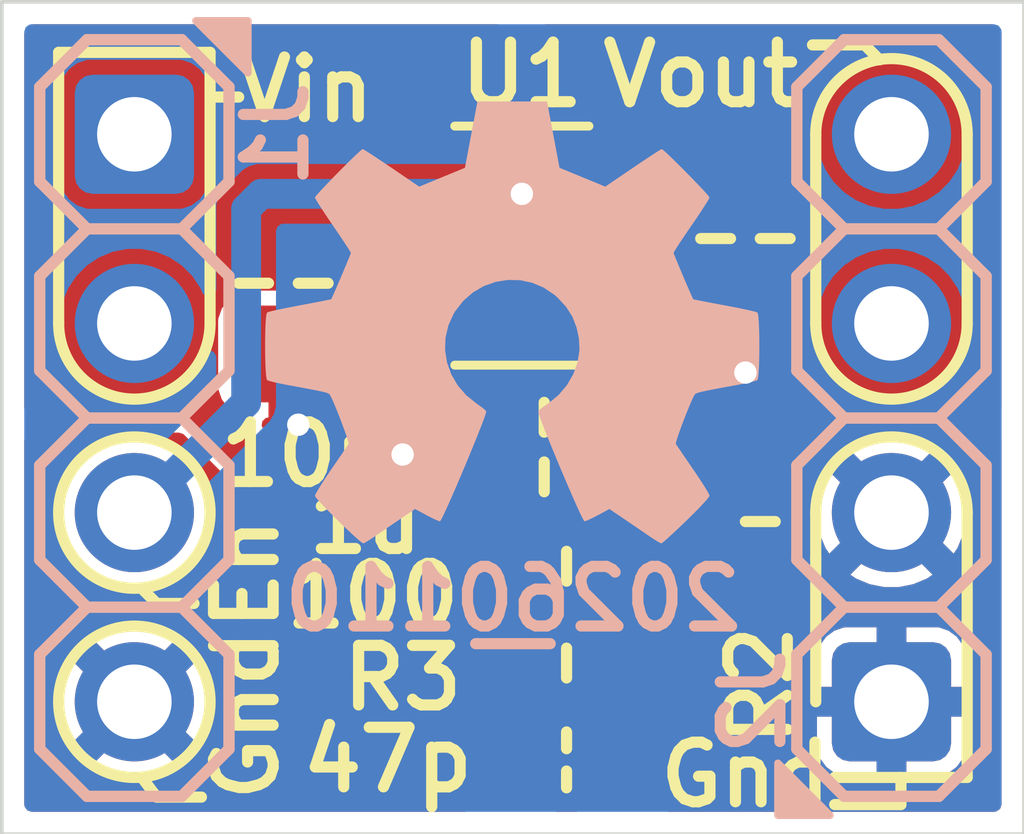
<source format=kicad_pcb>
(kicad_pcb (version 20241229) (generator "pcbnew") (generator_version "9.0")
  (layers (0 "F.Cu" mixed) (2 "B.Cu" mixed) (13 "F.Paste" user) (15 "B.Paste" user) (5 "F.SilkS" user "F.Silkscreen") (7 "B.SilkS" user "B.Silkscreen") (1 "F.Mask" user) (3 "B.Mask" user) (25 "Edge.Cuts" user))
  (net 0 "")
  (net 1 "/VIN")
  (net 2 "/EN")
  (net 3 "/GND")
  (net 4 "/VOUT")
  (net 5 "/VCC")
  (net 6 "/FB")
  (footprint "SquantorResistor:R_0603_hand" (layer "F.Cu") (at 132.8 45.2)
    (property "Reference" "R3" (at -2.2 0.2 0) (layer "F.SilkS") (effects (font (size 0.8 0.8))))
    (property "Value" "Rhi")
    (fp_line (start 0 -0.2) (end 0 0.2) (stroke (width 0.15)) (layer "F.SilkS"))
    (pad "1" smd roundrect (at -0.9 0) (size 0.8 0.9) (layers "F.Cu" "F.Mask" "F.Paste") (roundrect_rratio 0.1428571429) (net 1 "/VIN"))
    (pad "2" smd roundrect (at 0.9 0) (size 0.8 0.9) (layers "F.Cu" "F.Mask" "F.Paste") (roundrect_rratio 0.1428571429) (net 6 "/FB"))
  )
  (footprint "SquantorCapacitor:C_0805+0603" (layer "F.Cu") (at 129 40.1 -90)
    (property "Reference" "C1")
    (property "Value" "10u" (at 2.3 -0.3 180) (layer "F.SilkS") (effects (font (size 0.8 0.8))))
    (fp_line (start 0 0.6) (end 0 0.2) (stroke (width 0.15)) (layer "F.SilkS"))
    (fp_line (start 0 -0.6) (end 0 -0.2) (stroke (width 0.15)) (layer "F.SilkS"))
    (pad "1" smd roundrect (at -0.95 0 270) (size 1.3 1.35) (layers "F.Cu" "F.Mask" "F.Paste") (roundrect_rratio 0.2) (net 1 "/VIN"))
    (pad "2" smd roundrect (at 0.95 0 270) (size 1.3 1.35) (layers "F.Cu" "F.Mask" "F.Paste") (roundrect_rratio 0.2) (net 3 "/GND"))
  )
  (footprint "SquantorCapacitor:C_0603" (layer "F.Cu") (at 132.8 46.5)
    (property "Reference" "C4")
    (property "Value" "47p" (at -2.4 0 0) (layer "F.SilkS") (effects (font (size 0.8 0.8))))
    (fp_line (start 0 -0.15) (end 0 -0.375) (stroke (width 0.15)) (layer "F.SilkS"))
    (fp_line (start 0 0.375) (end 0 0.15) (stroke (width 0.15)) (layer "F.SilkS"))
    (pad "1" smd roundrect (at -0.75 0) (size 0.8 0.9) (layers "F.Cu" "F.Mask" "F.Paste") (roundrect_rratio 0.125) (net 1 "/VIN"))
    (pad "2" smd roundrect (at 0.75 0) (size 0.8 0.9) (layers "F.Cu" "F.Mask" "F.Paste") (roundrect_rratio 0.125) (net 6 "/FB"))
  )
  (footprint "SquantorResistor:R_0603_hand" (layer "F.Cu") (at 135.4 43.3 90)
    (property "Reference" "R2" (at -2.2 0 90) (layer "F.SilkS") (effects (font (size 0.8 0.8))))
    (property "Value" "Rlo")
    (fp_line (start 0 -0.2) (end 0 0.2) (stroke (width 0.15)) (layer "F.SilkS"))
    (pad "1" smd roundrect (at -0.9 0 90) (size 0.8 0.9) (layers "F.Cu" "F.Mask" "F.Paste") (roundrect_rratio 0.1428571429) (net 6 "/FB"))
    (pad "2" smd roundrect (at 0.9 0 90) (size 0.8 0.9) (layers "F.Cu" "F.Mask" "F.Paste") (roundrect_rratio 0.1428571429) (net 3 "/GND"))
  )
  (footprint "SquantorIC:SOT23-6-HAND" (layer "F.Cu") (at 132.2 39.6 180)
    (property "Reference" "U1" (at 0 2.3 0) (layer "F.SilkS") (effects (font (size 0.8 0.8))))
    (property "Value" "ETA7014")
    (fp_line (start 0.9 -1.6) (end -0.9 -1.6) (stroke (width 0.12)) (layer "F.SilkS"))
    (fp_line (start -0.9 1.61) (end 0.9 1.61) (stroke (width 0.12)) (layer "F.SilkS"))
    (fp_line (start -2.1 -1.8) (end -1.6 -1.8) (stroke (width 0.1)) (layer "F.SilkS"))
    (fp_line (start -2.1 -1.8) (end -2.1 -1.3) (stroke (width 0.1)) (layer "F.SilkS"))
    (pad "1" smd roundrect (at -1.2 -0.95 180) (size 1.2 0.65) (layers "F.Cu" "F.Mask" "F.Paste") (roundrect_rratio 0.2) (net 6 "/FB"))
    (pad "2" smd roundrect (at -1.2 0 180) (size 1.2 0.65) (layers "F.Cu" "F.Mask" "F.Paste") (roundrect_rratio 0.2) (net 2 "/EN"))
    (pad "3" smd roundrect (at -1.2 0.95 180) (size 1.2 0.65) (layers "F.Cu" "F.Mask" "F.Paste") (roundrect_rratio 0.2) (net 4 "/VOUT"))
    (pad "4" smd roundrect (at 1.2 0.95 180) (size 1.2 0.65) (layers "F.Cu" "F.Mask" "F.Paste") (roundrect_rratio 0.2) (net 1 "/VIN"))
    (pad "5" smd roundrect (at 1.2 0 180) (size 1.2 0.65) (layers "F.Cu" "F.Mask" "F.Paste") (roundrect_rratio 0.2) (net 5 "/VCC"))
    (pad "6" smd roundrect (at 1.2 -0.95 180) (size 1.2 0.65) (layers "F.Cu" "F.Mask" "F.Paste") (roundrect_rratio 0.2) (net 3 "/GND"))
  )
  (footprint "SquantorCapacitor:C_0805+0603" (layer "F.Cu") (at 132.5 42.3 180)
    (property "Reference" "C2")
    (property "Value" "1u" (at 2.4 -1 0) (layer "F.SilkS") (effects (font (size 0.8 0.8))))
    (fp_line (start 0 0.6) (end 0 0.2) (stroke (width 0.15)) (layer "F.SilkS"))
    (fp_line (start 0 -0.6) (end 0 -0.2) (stroke (width 0.15)) (layer "F.SilkS"))
    (pad "1" smd roundrect (at -0.95 0 180) (size 1.3 1.35) (layers "F.Cu" "F.Mask" "F.Paste") (roundrect_rratio 0.2) (net 5 "/VCC"))
    (pad "2" smd roundrect (at 0.95 0 180) (size 1.3 1.35) (layers "F.Cu" "F.Mask" "F.Paste") (roundrect_rratio 0.2) (net 3 "/GND"))
  )
  (footprint "SquantorCapacitor:C_0805+0603" (layer "F.Cu") (at 135.2 39.5 90)
    (property "Reference" "C3")
    (property "Value" "10u")
    (fp_line (start 0 -0.6) (end 0 -0.2) (stroke (width 0.15)) (layer "F.SilkS"))
    (fp_line (start 0 0.6) (end 0 0.2) (stroke (width 0.15)) (layer "F.SilkS"))
    (pad "1" smd roundrect (at -0.95 0 90) (size 1.3 1.35) (layers "F.Cu" "F.Mask" "F.Paste") (roundrect_rratio 0.2) (net 3 "/GND"))
    (pad "2" smd roundrect (at 0.95 0 90) (size 1.3 1.35) (layers "F.Cu" "F.Mask" "F.Paste") (roundrect_rratio 0.2) (net 4 "/VOUT"))
  )
  (footprint "SquantorResistor:R_0603_hand" (layer "F.Cu") (at 132.8 43.9)
    (property "Reference" "R1")
    (property "Value" "100" (at -2.6 0.4 0) (layer "F.SilkS") (effects (font (size 0.8 0.8))))
    (fp_line (start 0 -0.2) (end 0 0.2) (stroke (width 0.15)) (layer "F.SilkS"))
    (pad "1" smd roundrect (at -0.9 0) (size 0.8 0.9) (layers "F.Cu" "F.Mask" "F.Paste") (roundrect_rratio 0.1428571429) (net 1 "/VIN"))
    (pad "2" smd roundrect (at 0.9 0) (size 0.8 0.9) (layers "F.Cu" "F.Mask" "F.Paste") (roundrect_rratio 0.1428571429) (net 5 "/VCC"))
  )
  (footprint "SquantorLabels:Label_Generic" (layer "B.Cu") (at 132.08 44.34 180)
    (property "Reference" "N1" (hide yes))
    (property "Value" "20260110" (at 0 0 0) (layer "B.SilkS") (effects (font (size 0.8 0.8)) (justify mirror)))
    (fp_line (start -0.5 -0.6) (end 0.5 -0.6) (stroke (width 0.15)) (layer "B.SilkS"))
  )
  (footprint "Symbol:OSHW-Symbol_6.7x6mm_SilkScreen" (layer "B.Cu") (at 132.08 40.64 180)
    (property "Reference" "N2" (hide yes))
    (property "Value" "OHWLOGO" (hide yes))
    (fp_poly (pts (xy 0.555814 2.531069) (xy 0.639635 2.086445) (xy 0.94892 1.958947) (xy 1.258206 1.831449) (xy 1.629246 2.083754) (xy 1.733157 2.154004) (xy 1.827087 2.216728) (xy 1.906652 2.269062) (xy 1.96747 2.308143) (xy 2.005157 2.331107) (xy 2.015421 2.336058) (xy 2.03391 2.323324) (xy 2.07342 2.288118) (xy 2.129522 2.234938) (xy 2.197787 2.168282) (xy 2.273786 2.092646) (xy 2.353092 2.012528) (xy 2.431275 1.932426) (xy 2.503907 1.856836) (xy 2.566559 1.790255) (xy 2.614803 1.737182) (xy 2.64421 1.702113) (xy 2.651241 1.690377) (xy 2.641123 1.66874) (xy 2.612759 1.621338) (xy 2.569129 1.552807) (xy 2.513218 1.467785) (xy 2.448006 1.370907) (xy 2.410219 1.31565) (xy 2.341343 1.214752) (xy 2.28014 1.123701) (xy 2.229578 1.04703) (xy 2.192628 0.989272) (xy 2.172258 0.954957) (xy 2.169197 0.947746) (xy 2.176136 0.927252) (xy 2.195051 0.879487) (xy 2.223087 0.811168) (xy 2.257391 0.729011) (xy 2.295109 0.63973) (xy 2.333387 0.550042) (xy 2.36937 0.466662) (xy 2.400206 0.396306) (xy 2.423039 0.34569) (xy 2.435017 0.321529) (xy 2.435724 0.320578) (xy 2.454531 0.315964) (xy 2.504618 0.305672) (xy 2.580793 0.290713) (xy 2.677865 0.272099) (xy 2.790643 0.250841) (xy 2.856442 0.238582) (xy 2.97695 0.215638) (xy 3.085797 0.193805) (xy 3.177476 0.174278) (xy 3.246481 0.158252) (xy 3.287304 0.146921) (xy 3.295511 0.143326) (xy 3.303548 0.118994) (xy 3.310033 0.064041) (xy 3.31497 -0.015108) (xy 3.318364 -0.112026) (xy 3.320218 -0.220287) (xy 3.320538 -0.333465) (xy 3.319327 -0.445135) (xy 3.31659 -0.548868) (xy 3.312331 -0.638241) (xy 3.306555 -0.706826) (xy 3.299267 -0.748197) (xy 3.294895 -0.75681) (xy 3.268764 -0.767133) (xy 3.213393 -0.781892) (xy 3.136107 -0.799352) (xy 3.04423 -0.81778) (xy 3.012158 -0.823741) (xy 2.857524 -0.852066) (xy 2.735375 -0.874876) (xy 2.641673 -0.89308) (xy 2.572384 -0.907583) (xy 2.523471 -0.919292) (xy 2.490897 -0.929115) (xy 2.470628 -0.937956) (xy 2.458626 -0.946724) (xy 2.456947 -0.948457) (xy 2.440184 -0.976371) (xy 2.414614 -1.030695) (xy 2.382788 -1.104777) (xy 2.34726 -1.191965) (xy 2.310583 -1.285608) (xy 2.275311 -1.379052) (xy 2.243996 -1.465647) (xy 2.219193 -1.53874) (xy 2.203454 -1.591678) (xy 2.199332 -1.617811) (xy 2.199676 -1.618726) (xy 2.213641 -1.640086) (xy 2.245322 -1.687084) (xy 2.291391 -1.754827) (xy 2.348518 -1.838423) (xy 2.413373 -1.932982) (xy 2.431843 -1.959854) (xy 2.497699 -2.057275) (xy 2.55565 -2.146163) (xy 2.602538 -2.221412) (xy 2.635207 -2.27792) (xy 2.6505 -2.310581) (xy 2.651241 -2.314593) (xy 2.638392 -2.335684) (xy 2.602888 -2.377464) (xy 2.549293 -2.435445) (xy 2.482171 -2.505135) (xy 2.406087 -2.582045) (xy 2.325604 -2.661683) (xy 2.245287 -2.739561) (xy 2.169699 -2.811186) (xy 2.103405 -2.87207) (xy 2.050969 -2.917721) (xy 2.016955 -2.94365) (xy 2.007545 -2.947883) (xy 1.985643 -2.937912) (xy 1.9408 -2.91102) (xy 1.880321 -2.871736) (xy 1.833789 -2.840117) (xy 1.749475 -2.782098) (xy 1.649626 -2.713784) (xy 1.549473 -2.645579) (xy 1.495627 -2.609075) (xy 1.313371 -2.4858) (xy 1.160381 -2.56852) (xy 1.090682 -2.604759) (xy 1.031414 -2.632926) (xy 0.991311 -2.648991) (xy 0.981103 -2.651226) (xy 0.968829 -2.634722) (xy 0.944613 -2.588082) (xy 0.910263 -2.515609) (xy 0.867588 -2.421606) (xy 0.818394 -2.310374) (xy 0.76449 -2.186215) (xy 0.707684 -2.053432) (xy 0.649782 -1.916327) (xy 0.592593 -1.779202) (xy 0.537924 -1.646358) (xy 0.487584 -1.522098) (xy 0.44338 -1.410725) (xy 0.407119 -1.316539) (xy 0.380609 -1.243844) (xy 0.365658 -1.196941) (xy 0.363254 -1.180833) (xy 0.382311 -1.160286) (xy 0.424036 -1.126933) (xy 0.479706 -1.087702) (xy 0.484378 -1.084599) (xy 0.628264 -0.969423) (xy 0.744283 -0.835053) (xy 0.83143 -0.685784) (xy 0.888699 -0.525913) (xy 0.915086 -0.359737) (xy 0.909585 -0.191552) (xy 0.87119 -0.025655) (xy 0.798895 0.133658) (xy 0.777626 0.168513) (xy 0.666996 0.309263) (xy 0.536302 0.422286) (xy 0.390064 0.506997) (xy 0.232808 0.562806) (xy 0.069057 0.589126) (xy -0.096667 0.58537) (xy -0.259838 0.55095) (xy -0.415935 0.485277) (xy -0.560433 0.387765) (xy -0.605131 0.348187) (xy -0.718888 0.224297) (xy -0.801782 0.093876) (xy -0.858644 -0.052315) (xy -0.890313 -0.197088) (xy -0.898131 -0.35986) (xy -0.872062 -0.52344) (xy -0.814755 -0.682298) (xy -0.728856 -0.830906) (xy -0.617014 -0.963735) (xy -0.481877 -1.075256) (xy -0.464117 -1.087011) (xy -0.40785 -1.125508) (xy -0.365077 -1.158863) (xy -0.344628 -1.18016) (xy -0.344331 -1.180833) (xy -0.348721 -1.203871) (xy -0.366124 -1.256157) (xy -0.394732 -1.33339) (xy -0.432735 -1.431268) (xy -0.478326 -1.545491) (xy -0.529697 -1.671758) (xy -0.585038 -1.805767) (xy -0.642542 -1.943218) (xy -0.700399 -2.079808) (xy -0.756802 -2.211237) (xy -0.809942 -2.333205) (xy -0.85801 -2.441409) (xy -0.899199 -2.531549) (xy -0.931699 -2.599323) (xy -0.953703 -2.64043) (xy -0.962564 -2.651226) (xy -0.98964 -2.642819) (xy -1.040303 -2.620272) (xy -1.105817 -2.587613) (xy -1.141841 -2.56852) (xy -1.294832 -2.4858) (xy -1.477088 -2.609075) (xy -1.570125 -2.672228) (xy -1.671985 -2.741727) (xy -1.767438 -2.807165) (xy -1.81525 -2.840117) (xy -1.882495 -2.885273) (xy -1.939436 -2.921057) (xy -1.978646 -2.942938) (xy -1.991381 -2.947563) (xy -2.009917 -2.935085) (xy -2.050941 -2.900252) (xy -2.110475 -2.846678) (xy -2.184542 -2.777983) (xy -2.269165 -2.697781) (xy -2.322685 -2.646286) (xy -2.416319 -2.554286) (xy -2.497241 -2.471999) (xy -2.562177 -2.402945) (xy -2.607858 -2.350644) (xy -2.631011 -2.318616) (xy -2.633232 -2.312116) (xy -2.622924 -2.287394) (xy -2.594439 -2.237405) (xy -2.550937 -2.167212) (xy -2.495577 -2.081875) (xy -2.43152 -1.986456) (xy -2.413303 -1.959854) (xy -2.346927 -1.863167) (xy -2.287378 -1.776117) (xy -2.237984 -1.703595) (xy -2.202075 -1.650493) (xy -2.182981 -1.621703) (xy -2.181136 -1.618726) (xy -2.183895 -1.595782) (xy -2.198538 -1.545336) (xy -2.222513 -1.474041) (xy -2.253266 -1.388547) (xy -2.288244 -1.295507) (xy -2.324893 -1.201574) (xy -2.360661 -1.113399) (xy -2.392994 -1.037634) (xy -2.419338 -0.980931) (xy -2.437142 -0.949943) (xy -2.438407 -0.948457) (xy -2.449294 -0.939601) (xy -2.467682 -0.930843) (xy -2.497606 -0.921277) (xy -2.543103 -0.909996) (xy -2.608209 -0.896093) (xy -2.696961 -0.878663) (xy -2.813393 -0.856798) (xy -2.961542 -0.829591) (xy -2.993618 -0.823741) (xy -3.088686 -0.805374) (xy -3.171565 -0.787405) (xy -3.23493 -0.771569) (xy -3.271458 -0.7596) (xy -3.276356 -0.75681) (xy -3.284427 -0.732072) (xy -3.290987 -0.67679) (xy -3.296033 -0.597389) (xy -3.299559 -0.500296) (xy -3.301561 -0.391938) (xy -3.302036 -0.27874) (xy -3.300977 -0.167128) (xy -3.298382 -0.063529) (xy -3.294246 0.025632) (xy -3.288563 0.093928) (xy -3.281331 0.134934) (xy -3.276971 0.143326) (xy -3.252698 0.151792) (xy -3.197426 0.165565) (xy -3.116662 0.18345) (xy -3.015912 0.204252) (xy -2.900683 0.226777) (xy -2.837902 0.238582) (xy -2.718787 0.260849) (xy -2.612565 0.281021) (xy -2.524427 0.298085) (xy -2.459566 0.311031) (xy -2.423174 0.318845) (xy -2.417184 0.320578) (xy -2.407061 0.34011) (xy -2.385662 0.387157) (xy -2.355839 0.454997) (xy -2.320445 0.536909) (xy -2.282332 0.626172) (xy -2.244353 0.716065) (xy -2.20936 0.799865) (xy -2.180206 0.870853) (xy -2.159743 0.922306) (xy -2.150823 0.947503) (xy -2.150657 0.948604) (xy -2.160769 0.968481) (xy -2.189117 1.014223) (xy -2.232723 1.081283) (xy -2.288606 1.165116) (xy -2.353787 1.261174) (xy -2.391679 1.31635) (xy -2.460725 1.417519) (xy -2.52205 1.50937) (xy -2.572663 1.587256) (xy -2.609571 1.646531) (xy -2.629782 1.682549) (xy -2.632701 1.690623) (xy -2.620153 1.709416) (xy -2.585463 1.749543) (xy -2.533063 1.806507) (xy -2.467384 1.875815) (xy -2.392856 1.952969) (xy -2.313913 2.033475) (xy -2.234983 2.112837) (xy -2.1605 2.18656) (xy -2.094894 2.250148) (xy -2.042596 2.299106) (xy -2.008039 2.328939) (xy -1.996478 2.336058) (xy -1.977654 2.326047) (xy -1.932631 2.297922) (xy -1.865787 2.254546) (xy -1.781499 2.198782) (xy -1.684144 2.133494) (xy -1.610707 2.083754) (xy -1.239667 1.831449) (xy -0.621095 2.086445) (xy -0.537275 2.531069) (xy -0.453454 2.975693) (xy 0.471994 2.975693) (xy 0.555814 2.531069)) (stroke (width 0.01)) (fill yes) (layer "B.SilkS"))
  )
  (footprint "SquantorConnectors:Header-0254-1X04-H010" (layer "B.Cu") (at 137.16 41.91 90)
    (property "Reference" "J2" (at -3.81 -1.86 90) (layer "B.SilkS") (effects (font (size 0.8 0.8) (thickness 0.15) (bold yes)) (justify mirror)))
    (property "Value" "Conn_01x04")
    (fp_line (start 4.445 -1.27) (end 3.175 -1.27) (stroke (width 0.1524)) (layer "B.SilkS"))
    (fp_line (start 1.905 -1.27) (end 0.635 -1.27) (stroke (width 0.1524)) (layer "B.SilkS"))
    (fp_line (start 0.635 -1.27) (end 0 -0.635) (stroke (width 0.1524)) (layer "B.SilkS"))
    (fp_line (start -0.635 -1.27) (end -1.905 -1.27) (stroke (width 0.1524)) (layer "B.SilkS"))
    (fp_line (start -1.905 -1.27) (end -2.54 -0.635) (stroke (width 0.1524)) (layer "B.SilkS"))
    (fp_line (start -3.175 -1.27) (end -4.445 -1.27) (stroke (width 0.1524)) (layer "B.SilkS"))
    (fp_line (start 5.08 -0.635) (end 4.445 -1.27) (stroke (width 0.1524)) (layer "B.SilkS"))
    (fp_line (start 2.54 -0.635) (end 3.175 -1.27) (stroke (width 0.1524)) (layer "B.SilkS"))
    (fp_line (start 2.54 -0.635) (end 1.905 -1.27) (stroke (width 0.1524)) (layer "B.SilkS"))
    (fp_line (start 0 -0.635) (end -0.635 -1.27) (stroke (width 0.1524)) (layer "B.SilkS"))
    (fp_line (start -2.54 -0.635) (end -3.175 -1.27) (stroke (width 0.1524)) (layer "B.SilkS"))
    (fp_line (start -5.08 -0.635) (end -4.445 -1.27) (stroke (width 0.1524)) (layer "B.SilkS"))
    (fp_line (start 5.08 0.635) (end 5.08 -0.635) (stroke (width 0.1524)) (layer "B.SilkS"))
    (fp_line (start 2.54 0.635) (end 2.54 -0.635) (stroke (width 0.1524)) (layer "B.SilkS"))
    (fp_line (start 0 0.635) (end 0 -0.635) (stroke (width 0.1524)) (layer "B.SilkS"))
    (fp_line (start 0 0.635) (end 0.635 1.27) (stroke (width 0.1524)) (layer "B.SilkS"))
    (fp_line (start -2.54 0.635) (end -2.54 -0.635) (stroke (width 0.1524)) (layer "B.SilkS"))
    (fp_line (start -2.54 0.635) (end -1.905 1.27) (stroke (width 0.1524)) (layer "B.SilkS"))
    (fp_line (start -5.08 0.635) (end -5.08 -0.635) (stroke (width 0.1524)) (layer "B.SilkS"))
    (fp_line (start 4.445 1.27) (end 5.08 0.635) (stroke (width 0.1524)) (layer "B.SilkS"))
    (fp_line (start 3.175 1.27) (end 2.54 0.635) (stroke (width 0.1524)) (layer "B.SilkS"))
    (fp_line (start 3.175 1.27) (end 4.445 1.27) (stroke (width 0.1524)) (layer "B.SilkS"))
    (fp_line (start 1.905 1.27) (end 2.54 0.635) (stroke (width 0.1524)) (layer "B.SilkS"))
    (fp_line (start 0.635 1.27) (end 1.905 1.27) (stroke (width 0.1524)) (layer "B.SilkS"))
    (fp_line (start -0.635 1.27) (end 0 0.635) (stroke (width 0.1524)) (layer "B.SilkS"))
    (fp_line (start -1.905 1.27) (end -0.635 1.27) (stroke (width 0.1524)) (layer "B.SilkS"))
    (fp_line (start -3.175 1.27) (end -2.54 0.635) (stroke (width 0.1524)) (layer "B.SilkS"))
    (fp_line (start -4.445 1.27) (end -5.08 0.635) (stroke (width 0.1524)) (layer "B.SilkS"))
    (fp_line (start -4.445 1.27) (end -3.175 1.27) (stroke (width 0.1524)) (layer "B.SilkS"))
    (fp_poly (pts (xy -5.334 -0.8255) (xy -5.334 -1.524) (xy -4.6355 -1.524)) (stroke (width 0.1)) (fill yes) (layer "B.SilkS"))
    (pad "1" thru_hole roundrect (at -3.81 0 270) (size 1.6 1.6) (drill 1) (layers "*.Cu" "*.Mask") (roundrect_rratio 0.15) (net 3 "/GND"))
    (pad "2" thru_hole circle (at -1.27 0 270) (size 1.6 1.6) (drill 1) (layers "*.Cu" "*.Mask") (net 3 "/GND"))
    (pad "3" thru_hole circle (at 1.27 0 270) (size 1.6 1.6) (drill 1) (layers "*.Cu" "*.Mask") (net 4 "/VOUT"))
    (pad "4" thru_hole circle (at 3.81 0 270) (size 1.6 1.6) (drill 1) (layers "*.Cu" "*.Mask") (net 4 "/VOUT"))
  )
  (footprint "SquantorConnectors:Header-0254-1X04-H010" (layer "B.Cu") (at 127 41.91 -90)
    (property "Reference" "J1" (at -3.81 -1.9 90) (layer "B.SilkS") (effects (font (size 0.8 0.8) (thickness 0.15) (bold yes)) (justify mirror)))
    (property "Value" "Conn_01x04")
    (fp_line (start -4.445 1.27) (end -3.175 1.27) (stroke (width 0.1524)) (layer "B.SilkS"))
    (fp_line (start -4.445 1.27) (end -5.08 0.635) (stroke (width 0.1524)) (layer "B.SilkS"))
    (fp_line (start -3.175 1.27) (end -2.54 0.635) (stroke (width 0.1524)) (layer "B.SilkS"))
    (fp_line (start -1.905 1.27) (end -0.635 1.27) (stroke (width 0.1524)) (layer "B.SilkS"))
    (fp_line (start -0.635 1.27) (end 0 0.635) (stroke (width 0.1524)) (layer "B.SilkS"))
    (fp_line (start 0.635 1.27) (end 1.905 1.27) (stroke (width 0.1524)) (layer "B.SilkS"))
    (fp_line (start 1.905 1.27) (end 2.54 0.635) (stroke (width 0.1524)) (layer "B.SilkS"))
    (fp_line (start 3.175 1.27) (end 4.445 1.27) (stroke (width 0.1524)) (layer "B.SilkS"))
    (fp_line (start 3.175 1.27) (end 2.54 0.635) (stroke (width 0.1524)) (layer "B.SilkS"))
    (fp_line (start 4.445 1.27) (end 5.08 0.635) (stroke (width 0.1524)) (layer "B.SilkS"))
    (fp_line (start -5.08 0.635) (end -5.08 -0.635) (stroke (width 0.1524)) (layer "B.SilkS"))
    (fp_line (start -2.54 0.635) (end -1.905 1.27) (stroke (width 0.1524)) (layer "B.SilkS"))
    (fp_line (start -2.54 0.635) (end -2.54 -0.635) (stroke (width 0.1524)) (layer "B.SilkS"))
    (fp_line (start 0 0.635) (end 0.635 1.27) (stroke (width 0.1524)) (layer "B.SilkS"))
    (fp_line (start 0 0.635) (end 0 -0.635) (stroke (width 0.1524)) (layer "B.SilkS"))
    (fp_line (start 2.54 0.635) (end 2.54 -0.635) (stroke (width 0.1524)) (layer "B.SilkS"))
    (fp_line (start 5.08 0.635) (end 5.08 -0.635) (stroke (width 0.1524)) (layer "B.SilkS"))
    (fp_line (start -5.08 -0.635) (end -4.445 -1.27) (stroke (width 0.1524)) (layer "B.SilkS"))
    (fp_line (start -2.54 -0.635) (end -3.175 -1.27) (stroke (width 0.1524)) (layer "B.SilkS"))
    (fp_line (start 0 -0.635) (end -0.635 -1.27) (stroke (width 0.1524)) (layer "B.SilkS"))
    (fp_line (start 2.54 -0.635) (end 1.905 -1.27) (stroke (width 0.1524)) (layer "B.SilkS"))
    (fp_line (start 2.54 -0.635) (end 3.175 -1.27) (stroke (width 0.1524)) (layer "B.SilkS"))
    (fp_line (start 5.08 -0.635) (end 4.445 -1.27) (stroke (width 0.1524)) (layer "B.SilkS"))
    (fp_line (start -3.175 -1.27) (end -4.445 -1.27) (stroke (width 0.1524)) (layer "B.SilkS"))
    (fp_line (start -1.905 -1.27) (end -2.54 -0.635) (stroke (width 0.1524)) (layer "B.SilkS"))
    (fp_line (start -0.635 -1.27) (end -1.905 -1.27) (stroke (width 0.1524)) (layer "B.SilkS"))
    (fp_line (start 0.635 -1.27) (end 0 -0.635) (stroke (width 0.1524)) (layer "B.SilkS"))
    (fp_line (start 1.905 -1.27) (end 0.635 -1.27) (stroke (width 0.1524)) (layer "B.SilkS"))
    (fp_line (start 4.445 -1.27) (end 3.175 -1.27) (stroke (width 0.1524)) (layer "B.SilkS"))
    (fp_poly (pts (xy -5.334 -0.8255) (xy -5.334 -1.524) (xy -4.6355 -1.524)) (stroke (width 0.1)) (fill yes) (layer "B.SilkS"))
    (pad "1" thru_hole roundrect (at -3.81 0 90) (size 1.6 1.6) (drill 1) (layers "*.Cu" "*.Mask") (roundrect_rratio 0.15) (net 1 "/VIN"))
    (pad "2" thru_hole circle (at -1.27 0 90) (size 1.6 1.6) (drill 1) (layers "*.Cu" "*.Mask") (net 1 "/VIN"))
    (pad "3" thru_hole circle (at 1.27 0 90) (size 1.6 1.6) (drill 1) (layers "*.Cu" "*.Mask") (net 2 "/EN"))
    (pad "4" thru_hole circle (at 3.81 0 90) (size 1.6 1.6) (drill 1) (layers "*.Cu" "*.Mask") (net 3 "/GND"))
  )
  (gr_line (start 127.3 47) (end 127.1 46.736) (stroke (width 0.15)) (layer "F.SilkS"))
  (gr_circle (center 127 45.72) (end 128.016 45.72) (stroke (width 0.15)) (fill no) (layer "F.SilkS"))
  (gr_line (start 136.144 38.1) (end 136.144 40.64) (stroke (width 0.15)) (layer "F.SilkS"))
  (gr_arc (start 136.144 43.18) (mid 137.16 42.164) (end 138.176 43.18) (stroke (width 0.15)) (layer "F.SilkS"))
  (gr_line (start 136.398 46.736) (end 138.176 46.736) (stroke (width 0.15)) (layer "F.SilkS"))
  (gr_line (start 136.8 36.9) (end 137 37.1) (stroke (width 0.15)) (layer "F.SilkS"))
  (gr_arc (start 138.176 40.64) (mid 137.16 41.656) (end 136.144 40.64) (stroke (width 0.15)) (layer "F.SilkS"))
  (gr_line (start 138.176 46.736) (end 138.176 43.18) (stroke (width 0.15)) (layer "F.SilkS"))
  (gr_arc (start 136.144 38.1) (mid 137.16 37.084) (end 138.176 38.1) (stroke (width 0.15)) (layer "F.SilkS"))
  (gr_line (start 127.8 44.4) (end 127.3 44.4) (stroke (width 0.15)) (layer "F.SilkS"))
  (gr_line (start 136.1 36.9) (end 136.8 36.9) (stroke (width 0.15)) (layer "F.SilkS"))
  (gr_line (start 128.016 37) (end 128.016 40.64) (stroke (width 0.15)) (layer "F.SilkS"))
  (gr_line (start 127.3 44.4) (end 127.1 44.2) (stroke (width 0.15)) (layer "F.SilkS"))
  (gr_line (start 136.144 43.18) (end 136.144 43.8) (stroke (width 0.15)) (layer "F.SilkS"))
  (gr_line (start 127.9 47) (end 127.3 47) (stroke (width 0.15)) (layer "F.SilkS"))
  (gr_line (start 138.176 38.1) (end 138.176 40.64) (stroke (width 0.15)) (layer "F.SilkS"))
  (gr_line (start 137.287 46.736) (end 137.287 47.1) (stroke (width 0.15)) (layer "F.SilkS"))
  (gr_line (start 136.398 47.1) (end 137 47.1) (stroke (width 0.15)) (layer "F.SilkS"))
  (gr_arc (start 128.016 40.64) (mid 127 41.656) (end 125.984 40.64) (stroke (width 0.15)) (layer "F.SilkS"))
  (gr_line (start 125.984 37) (end 125.984 40.64) (stroke (width 0.15)) (layer "F.SilkS"))
  (gr_line (start 128.4 37.6) (end 128.1 37.6) (stroke (width 0.15)) (layer "F.SilkS"))
  (gr_line (start 137 47.1) (end 137.287 47.1) (stroke (width 0.15)) (layer "F.SilkS"))
  (gr_line (start 125.984 37) (end 128.016 37) (stroke (width 0.15)) (layer "F.SilkS"))
  (gr_circle (center 127 43.18) (end 128.016 43.18) (stroke (width 0.15)) (fill no) (layer "F.SilkS"))
  (gr_line (start 136.144 45.72) (end 136.144 43.8) (stroke (width 0.15)) (layer "F.SilkS"))
  (gr_line (start 138.938 36.322) (end 125.222 36.322) (stroke (width 0.05)) (layer "Edge.Cuts"))
  (gr_line (start 125.222 36.322) (end 125.222 47.498) (stroke (width 0.05)) (layer "Edge.Cuts"))
  (gr_line (start 125.222 47.498) (end 138.938 47.498) (stroke (width 0.05)) (layer "Edge.Cuts"))
  (gr_line (start 138.938 47.498) (end 138.938 36.322) (stroke (width 0.05)) (layer "Edge.Cuts"))
  (gr_text "Vin" (at 129.3 37.5 0) (layer "F.SilkS") (effects (font (size 0.8 0.8) (thickness 0.15) (bold yes))))
  (gr_text "Gnd" (at 135.2 46.7 0) (layer "F.SilkS") (effects (font (size 0.8 0.8) (thickness 0.15) (bold yes))))
  (gr_text "Vout" (at 134.6 37.3 0) (layer "F.SilkS") (effects (font (size 0.8 0.8) (thickness 0.15) (bold yes))))
  (gr_text "En" (at 128.5 44 90) (layer "F.SilkS") (effects (font (size 0.8 0.8) (thickness 0.15) (bold yes))))
  (gr_text "Gnd" (at 128.5 45.9 90) (layer "F.SilkS") (effects (font (size 0.8 0.8) (thickness 0.15) (bold yes))))
  (segment (start 132.05 45.85) (end 132.05 46.5) (width 0.4) (layer "F.Cu") (net 1))
  (segment (start 130 43.9) (end 131.9 43.9) (width 0.4) (layer "F.Cu") (net 1))
  (segment (start 131.9 45.7) (end 132.05 45.85) (width 0.4) (layer "F.Cu") (net 1))
  (segment (start 127 40.9) (end 130 43.9) (width 0.4) (layer "F.Cu") (net 1))
  (segment (start 127 40.64) (end 127 40.9) (width 0.4) (layer "F.Cu") (net 1))
  (segment (start 131.9 43.9) (end 131.9 45.2) (width 0.4) (layer "F.Cu") (net 1))
  (segment (start 131.9 45.2) (end 131.9 45.7) (width 0.4) (layer "F.Cu") (net 1))
  (segment (start 132.9 39.6) (end 132.2 38.9) (width 0.4) (layer "F.Cu") (net 2))
  (segment (start 133.4 39.6) (end 132.9 39.6) (width 0.4) (layer "F.Cu") (net 2))
  (via (at 132.2 38.9) (size 0.7) (drill 0.3) (layers "F.Cu" "B.Cu") (net 2))
  (segment (start 132.2 38.9) (end 128.7 38.9) (width 0.4) (layer "B.Cu") (net 2))
  (segment (start 127.02 43.18) (end 127 43.18) (width 0.4) (layer "B.Cu") (net 2))
  (segment (start 128.7 38.9) (end 128.5 39.1) (width 0.4) (layer "B.Cu") (net 2))
  (segment (start 128.5 41.7) (end 127.02 43.18) (width 0.4) (layer "B.Cu") (net 2))
  (segment (start 128.5 39.1) (end 128.5 41.7) (width 0.4) (layer "B.Cu") (net 2))
  (segment (start 131 40.55) (end 131 41.75) (width 0.4) (layer "F.Cu") (net 3))
  (segment (start 131 41.75) (end 131.55 42.3) (width 0.4) (layer "F.Cu") (net 3))
  (via (at 130.6 42.4) (size 0.7) (drill 0.3) (layers "F.Cu" "B.Cu") (net 3))
  (via (at 129.2 42) (size 0.7) (drill 0.3) (layers "F.Cu" "B.Cu") (net 3))
  (via (at 135.2 41.3) (size 0.7) (drill 0.3) (layers "F.Cu" "B.Cu") (net 3))
  (segment (start 132.001 40.851) (end 133.45 42.3) (width 0.4) (layer "F.Cu") (net 5))
  (segment (start 131.7 39.6) (end 132.001 39.901) (width 0.4) (layer "F.Cu") (net 5))
  (segment (start 133.7 43.9) (end 133.7 42.55) (width 0.4) (layer "F.Cu") (net 5))
  (segment (start 133.7 42.55) (end 133.45 42.3) (width 0.4) (layer "F.Cu") (net 5))
  (segment (start 132.001 39.901) (end 132.001 40.851) (width 0.4) (layer "F.Cu") (net 5))
  (segment (start 131 39.6) (end 131.7 39.6) (width 0.4) (layer "F.Cu") (net 5))
  (segment (start 133.55 46.5) (end 133.55 45.95) (width 0.4) (layer "F.Cu") (net 6))
  (segment (start 133.4 40.55) (end 133.447 40.55) (width 0.4) (layer "F.Cu") (net 6))
  (segment (start 135 45.2) (end 135.4 44.8) (width 0.4) (layer "F.Cu") (net 6))
  (segment (start 133.447 40.55) (end 134.5 41.603) (width 0.4) (layer "F.Cu") (net 6))
  (segment (start 133.7 45.8) (end 133.7 45.2) (width 0.4) (layer "F.Cu") (net 6))
  (segment (start 134.5 44) (end 134.7 44.2) (width 0.4) (layer "F.Cu") (net 6))
  (segment (start 133.55 45.95) (end 133.7 45.8) (width 0.4) (layer "F.Cu") (net 6))
  (segment (start 133.7 45.2) (end 135 45.2) (width 0.4) (layer "F.Cu") (net 6))
  (segment (start 134.5 41.603) (end 134.5 44) (width 0.4) (layer "F.Cu") (net 6))
  (segment (start 134.7 44.2) (end 135.4 44.2) (width 0.4) (layer "F.Cu") (net 6))
  (segment (start 135.4 44.8) (end 135.4 44.2) (width 0.4) (layer "F.Cu") (net 6))
  (zone (net 4) (net_name "/VOUT") (layer "F.Cu") (priority 2) (connect_pads yes (clearance 0.2)) (min_thickness 0.25) (fill yes (thermal_gap 0.5) (thermal_bridge_width 0.5))
    (polygon (pts (xy 138.938 36.322) (xy 132.4 36.322) (xy 132.4 41.9) (xy 138.938 41.9)))
  )
  (zone (net 1) (net_name "/VIN") (layer "F.Cu") (priority 1) (connect_pads yes (clearance 0.2)) (min_thickness 0.25) (fill yes (thermal_gap 0.5) (thermal_bridge_width 0.5))
    (polygon (pts (xy 125.222 36.322) (xy 132 36.322) (xy 132 41.9) (xy 125.222 41.9)))
  )
  (zone (net 3) (net_name "/GND") (layers "F.Cu" "B.Cu") (connect_pads (clearance 0.2)) (min_thickness 0.2) (fill yes (thermal_gap 0.2) (thermal_bridge_width 0.4))
    (polygon (pts (xy 125.222 36.322) (xy 138.938 36.322) (xy 138.938 47.498) (xy 125.222 47.498)))
  )
)
</source>
